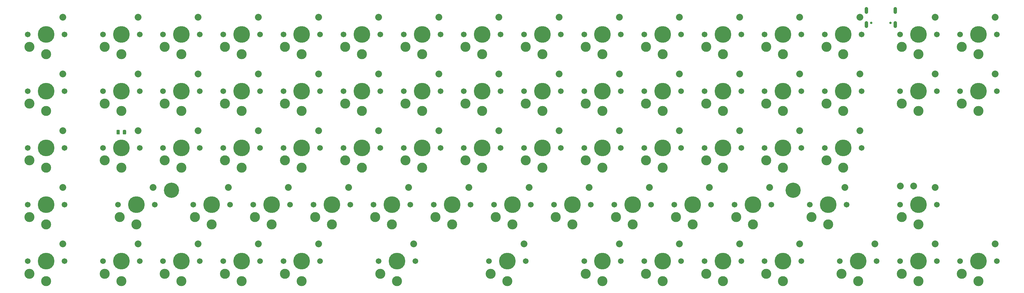
<source format=gts>
G04 #@! TF.GenerationSoftware,KiCad,Pcbnew,(5.1.8)-1*
G04 #@! TF.CreationDate,2021-04-23T17:16:51-07:00*
G04 #@! TF.ProjectId,Spritzgeback,53707269-747a-4676-9562-61636b2e6b69,rev?*
G04 #@! TF.SameCoordinates,Original*
G04 #@! TF.FileFunction,Soldermask,Top*
G04 #@! TF.FilePolarity,Negative*
%FSLAX46Y46*%
G04 Gerber Fmt 4.6, Leading zero omitted, Abs format (unit mm)*
G04 Created by KiCad (PCBNEW (5.1.8)-1) date 2021-04-23 17:16:51*
%MOMM*%
%LPD*%
G01*
G04 APERTURE LIST*
%ADD10C,4.562400*%
%ADD11C,2.032000*%
%ADD12C,0.700000*%
%ADD13O,1.050000X2.100000*%
%ADD14C,1.701800*%
%ADD15C,3.000000*%
%ADD16C,5.000000*%
G04 APERTURE END LIST*
D10*
X37500000Y-54900000D03*
X223500000Y-54900000D03*
D11*
X259592000Y-53670000D03*
X255592000Y-53670000D03*
G36*
G01*
X21075000Y-37956250D02*
X21075000Y-37043750D01*
G75*
G02*
X21318750Y-36800000I243750J0D01*
G01*
X21806250Y-36800000D01*
G75*
G02*
X22050000Y-37043750I0J-243750D01*
G01*
X22050000Y-37956250D01*
G75*
G02*
X21806250Y-38200000I-243750J0D01*
G01*
X21318750Y-38200000D01*
G75*
G02*
X21075000Y-37956250I0J243750D01*
G01*
G37*
G36*
G01*
X22950000Y-37956250D02*
X22950000Y-37043750D01*
G75*
G02*
X23193750Y-36800000I243750J0D01*
G01*
X23681250Y-36800000D01*
G75*
G02*
X23925000Y-37043750I0J-243750D01*
G01*
X23925000Y-37956250D01*
G75*
G02*
X23681250Y-38200000I-243750J0D01*
G01*
X23193750Y-38200000D01*
G75*
G02*
X22950000Y-37956250I0J243750D01*
G01*
G37*
D12*
X252640000Y-4675000D03*
X246860000Y-4675000D03*
D13*
X254070000Y-1025000D03*
X245430000Y-1025000D03*
X254070000Y-5205000D03*
X245430000Y-5205000D03*
D14*
X-5500000Y-8200000D03*
X5500000Y-8200000D03*
D15*
X-5000000Y-11950000D03*
D16*
X0Y-8200000D03*
D15*
X0Y-14150000D03*
D11*
X5000000Y-3050000D03*
X27500000Y-3050000D03*
D15*
X22500000Y-14150000D03*
D16*
X22500000Y-8200000D03*
D15*
X17500000Y-11950000D03*
D14*
X28000000Y-8200000D03*
X17000000Y-8200000D03*
X35000000Y-8200000D03*
X46000000Y-8200000D03*
D15*
X35500000Y-11950000D03*
D16*
X40500000Y-8200000D03*
D15*
X40500000Y-14150000D03*
D11*
X45500000Y-3050000D03*
X63500000Y-3050000D03*
D15*
X58500000Y-14150000D03*
D16*
X58500000Y-8200000D03*
D15*
X53500000Y-11950000D03*
D14*
X64000000Y-8200000D03*
X53000000Y-8200000D03*
X71000000Y-8200000D03*
X82000000Y-8200000D03*
D15*
X71500000Y-11950000D03*
D16*
X76500000Y-8200000D03*
D15*
X76500000Y-14150000D03*
D11*
X81500000Y-3050000D03*
X99500000Y-3050000D03*
D15*
X94500000Y-14150000D03*
D16*
X94500000Y-8200000D03*
D15*
X89500000Y-11950000D03*
D14*
X100000000Y-8200000D03*
X89000000Y-8200000D03*
X107000000Y-8200000D03*
X118000000Y-8200000D03*
D15*
X107500000Y-11950000D03*
D16*
X112500000Y-8200000D03*
D15*
X112500000Y-14150000D03*
D11*
X117500000Y-3050000D03*
X135500000Y-3050000D03*
D15*
X130500000Y-14150000D03*
D16*
X130500000Y-8200000D03*
D15*
X125500000Y-11950000D03*
D14*
X136000000Y-8200000D03*
X125000000Y-8200000D03*
X143000000Y-8200000D03*
X154000000Y-8200000D03*
D15*
X143500000Y-11950000D03*
D16*
X148500000Y-8200000D03*
D15*
X148500000Y-14150000D03*
D11*
X153500000Y-3050000D03*
X171500000Y-3050000D03*
D15*
X166500000Y-14150000D03*
D16*
X166500000Y-8200000D03*
D15*
X161500000Y-11950000D03*
D14*
X172000000Y-8200000D03*
X161000000Y-8200000D03*
X179000000Y-8200000D03*
X190000000Y-8200000D03*
D15*
X179500000Y-11950000D03*
D16*
X184500000Y-8200000D03*
D15*
X184500000Y-14150000D03*
D11*
X189500000Y-3050000D03*
D14*
X197000000Y-8200000D03*
X208000000Y-8200000D03*
D15*
X197500000Y-11950000D03*
D16*
X202500000Y-8200000D03*
D15*
X202500000Y-14150000D03*
D11*
X207500000Y-3050000D03*
X225500000Y-3050000D03*
D15*
X220500000Y-14150000D03*
D16*
X220500000Y-8200000D03*
D15*
X215500000Y-11950000D03*
D14*
X226000000Y-8200000D03*
X215000000Y-8200000D03*
X233000000Y-8200000D03*
X244000000Y-8200000D03*
D15*
X233500000Y-11950000D03*
D16*
X238500000Y-8200000D03*
D15*
X238500000Y-14150000D03*
D11*
X243500000Y-3050000D03*
D14*
X255500000Y-8200000D03*
X266500000Y-8200000D03*
D15*
X256000000Y-11950000D03*
D16*
X261000000Y-8200000D03*
D15*
X261000000Y-14150000D03*
D11*
X266000000Y-3050000D03*
X284000000Y-3050000D03*
D15*
X279000000Y-14150000D03*
D16*
X279000000Y-8200000D03*
D15*
X274000000Y-11950000D03*
D14*
X284500000Y-8200000D03*
X273500000Y-8200000D03*
X-5500000Y-25200000D03*
X5500000Y-25200000D03*
D15*
X-5000000Y-28950000D03*
D16*
X0Y-25200000D03*
D15*
X0Y-31150000D03*
D11*
X5000000Y-20050000D03*
X27500000Y-20050000D03*
D15*
X22500000Y-31150000D03*
D16*
X22500000Y-25200000D03*
D15*
X17500000Y-28950000D03*
D14*
X28000000Y-25200000D03*
X17000000Y-25200000D03*
D11*
X45500000Y-20050000D03*
D15*
X40500000Y-31150000D03*
D16*
X40500000Y-25200000D03*
D15*
X35500000Y-28950000D03*
D14*
X46000000Y-25200000D03*
X35000000Y-25200000D03*
D11*
X63500000Y-20050000D03*
D15*
X58500000Y-31150000D03*
D16*
X58500000Y-25200000D03*
D15*
X53500000Y-28950000D03*
D14*
X64000000Y-25200000D03*
X53000000Y-25200000D03*
X71000000Y-25200000D03*
X82000000Y-25200000D03*
D15*
X71500000Y-28950000D03*
D16*
X76500000Y-25200000D03*
D15*
X76500000Y-31150000D03*
D11*
X81500000Y-20050000D03*
D14*
X89000000Y-25200000D03*
X100000000Y-25200000D03*
D15*
X89500000Y-28950000D03*
D16*
X94500000Y-25200000D03*
D15*
X94500000Y-31150000D03*
D11*
X99500000Y-20050000D03*
X117500000Y-20050000D03*
D15*
X112500000Y-31150000D03*
D16*
X112500000Y-25200000D03*
D15*
X107500000Y-28950000D03*
D14*
X118000000Y-25200000D03*
X107000000Y-25200000D03*
X125000000Y-25200000D03*
X136000000Y-25200000D03*
D15*
X125500000Y-28950000D03*
D16*
X130500000Y-25200000D03*
D15*
X130500000Y-31150000D03*
D11*
X135500000Y-20050000D03*
X153500000Y-20050000D03*
D15*
X148500000Y-31150000D03*
D16*
X148500000Y-25200000D03*
D15*
X143500000Y-28950000D03*
D14*
X154000000Y-25200000D03*
X143000000Y-25200000D03*
D11*
X171500000Y-20050000D03*
D15*
X166500000Y-31150000D03*
D16*
X166500000Y-25200000D03*
D15*
X161500000Y-28950000D03*
D14*
X172000000Y-25200000D03*
X161000000Y-25200000D03*
X179000000Y-25200000D03*
X190000000Y-25200000D03*
D15*
X179500000Y-28950000D03*
D16*
X184500000Y-25200000D03*
D15*
X184500000Y-31150000D03*
D11*
X189500000Y-20050000D03*
X207500000Y-20050000D03*
D15*
X202500000Y-31150000D03*
D16*
X202500000Y-25200000D03*
D15*
X197500000Y-28950000D03*
D14*
X208000000Y-25200000D03*
X197000000Y-25200000D03*
X215000000Y-25200000D03*
X226000000Y-25200000D03*
D15*
X215500000Y-28950000D03*
D16*
X220500000Y-25200000D03*
D15*
X220500000Y-31150000D03*
D11*
X225500000Y-20050000D03*
X243500000Y-20050000D03*
D15*
X238500000Y-31150000D03*
D16*
X238500000Y-25200000D03*
D15*
X233500000Y-28950000D03*
D14*
X244000000Y-25200000D03*
X233000000Y-25200000D03*
X255500000Y-25200000D03*
X266500000Y-25200000D03*
D15*
X256000000Y-28950000D03*
D16*
X261000000Y-25200000D03*
D15*
X261000000Y-31150000D03*
D11*
X266000000Y-20050000D03*
D14*
X273500000Y-25200000D03*
X284500000Y-25200000D03*
D15*
X274000000Y-28950000D03*
D16*
X279000000Y-25200000D03*
D15*
X279000000Y-31150000D03*
D11*
X284000000Y-20050000D03*
X5000000Y-37050000D03*
D15*
X0Y-48150000D03*
D16*
X0Y-42200000D03*
D15*
X-5000000Y-45950000D03*
D14*
X5500000Y-42200000D03*
X-5500000Y-42200000D03*
X17000000Y-42200000D03*
X28000000Y-42200000D03*
D15*
X17500000Y-45950000D03*
D16*
X22500000Y-42200000D03*
D15*
X22500000Y-48150000D03*
D11*
X27500000Y-37050000D03*
D14*
X35000000Y-42200000D03*
X46000000Y-42200000D03*
D15*
X35500000Y-45950000D03*
D16*
X40500000Y-42200000D03*
D15*
X40500000Y-48150000D03*
D11*
X45500000Y-37050000D03*
X63500000Y-37050000D03*
D15*
X58500000Y-48150000D03*
D16*
X58500000Y-42200000D03*
D15*
X53500000Y-45950000D03*
D14*
X64000000Y-42200000D03*
X53000000Y-42200000D03*
X71000000Y-42200000D03*
X82000000Y-42200000D03*
D15*
X71500000Y-45950000D03*
D16*
X76500000Y-42200000D03*
D15*
X76500000Y-48150000D03*
D11*
X81500000Y-37050000D03*
D14*
X89000000Y-42200000D03*
X100000000Y-42200000D03*
D15*
X89500000Y-45950000D03*
D16*
X94500000Y-42200000D03*
D15*
X94500000Y-48150000D03*
D11*
X99500000Y-37050000D03*
X117500000Y-37050000D03*
D15*
X112500000Y-48150000D03*
D16*
X112500000Y-42200000D03*
D15*
X107500000Y-45950000D03*
D14*
X118000000Y-42200000D03*
X107000000Y-42200000D03*
X125000000Y-42200000D03*
X136000000Y-42200000D03*
D15*
X125500000Y-45950000D03*
D16*
X130500000Y-42200000D03*
D15*
X130500000Y-48150000D03*
D11*
X135500000Y-37050000D03*
X153500000Y-37050000D03*
D15*
X148500000Y-48150000D03*
D16*
X148500000Y-42200000D03*
D15*
X143500000Y-45950000D03*
D14*
X154000000Y-42200000D03*
X143000000Y-42200000D03*
D11*
X171500000Y-37050000D03*
D15*
X166500000Y-48150000D03*
D16*
X166500000Y-42200000D03*
D15*
X161500000Y-45950000D03*
D14*
X172000000Y-42200000D03*
X161000000Y-42200000D03*
D11*
X189500000Y-37050000D03*
D15*
X184500000Y-48150000D03*
D16*
X184500000Y-42200000D03*
D15*
X179500000Y-45950000D03*
D14*
X190000000Y-42200000D03*
X179000000Y-42200000D03*
X197000000Y-42200000D03*
X208000000Y-42200000D03*
D15*
X197500000Y-45950000D03*
D16*
X202500000Y-42200000D03*
D15*
X202500000Y-48150000D03*
D11*
X207500000Y-37050000D03*
X225500000Y-37050000D03*
D15*
X220500000Y-48150000D03*
D16*
X220500000Y-42200000D03*
D15*
X215500000Y-45950000D03*
D14*
X226000000Y-42200000D03*
X215000000Y-42200000D03*
D11*
X243500000Y-37050000D03*
D15*
X238500000Y-48150000D03*
D16*
X238500000Y-42200000D03*
D15*
X233500000Y-45950000D03*
D14*
X244000000Y-42200000D03*
X233000000Y-42200000D03*
X-5500000Y-59200000D03*
X5500000Y-59200000D03*
D15*
X-5000000Y-62950000D03*
D16*
X0Y-59200000D03*
D15*
X0Y-65150000D03*
D11*
X5000000Y-54050000D03*
D14*
X21500000Y-59200000D03*
X32500000Y-59200000D03*
D15*
X22000000Y-62950000D03*
D16*
X27000000Y-59200000D03*
D15*
X27000000Y-65150000D03*
D11*
X32000000Y-54050000D03*
D14*
X44000000Y-59200000D03*
X55000000Y-59200000D03*
D15*
X44500000Y-62950000D03*
D16*
X49500000Y-59200000D03*
D15*
X49500000Y-65150000D03*
D11*
X54500000Y-54050000D03*
X72500000Y-54050000D03*
D15*
X67500000Y-65150000D03*
D16*
X67500000Y-59200000D03*
D15*
X62500000Y-62950000D03*
D14*
X73000000Y-59200000D03*
X62000000Y-59200000D03*
X80000000Y-59200000D03*
X91000000Y-59200000D03*
D15*
X80500000Y-62950000D03*
D16*
X85500000Y-59200000D03*
D15*
X85500000Y-65150000D03*
D11*
X90500000Y-54050000D03*
D14*
X98000000Y-59200000D03*
X109000000Y-59200000D03*
D15*
X98500000Y-62950000D03*
D16*
X103500000Y-59200000D03*
D15*
X103500000Y-65150000D03*
D11*
X108500000Y-54050000D03*
D14*
X116000000Y-59200000D03*
X127000000Y-59200000D03*
D15*
X116500000Y-62950000D03*
D16*
X121500000Y-59200000D03*
D15*
X121500000Y-65150000D03*
D11*
X126500000Y-54050000D03*
X144500000Y-54050000D03*
D15*
X139500000Y-65150000D03*
D16*
X139500000Y-59200000D03*
D15*
X134500000Y-62950000D03*
D14*
X145000000Y-59200000D03*
X134000000Y-59200000D03*
X152000000Y-59200000D03*
X163000000Y-59200000D03*
D15*
X152500000Y-62950000D03*
D16*
X157500000Y-59200000D03*
D15*
X157500000Y-65150000D03*
D11*
X162500000Y-54050000D03*
X180500000Y-54050000D03*
D15*
X175500000Y-65150000D03*
D16*
X175500000Y-59200000D03*
D15*
X170500000Y-62950000D03*
D14*
X181000000Y-59200000D03*
X170000000Y-59200000D03*
X188000000Y-59200000D03*
X199000000Y-59200000D03*
D15*
X188500000Y-62950000D03*
D16*
X193500000Y-59200000D03*
D15*
X193500000Y-65150000D03*
D11*
X198500000Y-54050000D03*
D14*
X206000000Y-59200000D03*
X217000000Y-59200000D03*
D15*
X206500000Y-62950000D03*
D16*
X211500000Y-59200000D03*
D15*
X211500000Y-65150000D03*
D11*
X216500000Y-54050000D03*
X239000000Y-54050000D03*
D15*
X234000000Y-65150000D03*
D16*
X234000000Y-59200000D03*
D15*
X229000000Y-62950000D03*
D14*
X239500000Y-59200000D03*
X228500000Y-59200000D03*
X255500000Y-59200000D03*
X266500000Y-59200000D03*
D15*
X256000000Y-62950000D03*
D16*
X261000000Y-59200000D03*
D15*
X261000000Y-65150000D03*
D11*
X266000000Y-54050000D03*
D14*
X-5500000Y-76200000D03*
X5500000Y-76200000D03*
D15*
X-5000000Y-79950000D03*
D16*
X0Y-76200000D03*
D15*
X0Y-82150000D03*
D11*
X5000000Y-71050000D03*
X27500000Y-71050000D03*
D15*
X22500000Y-82150000D03*
D16*
X22500000Y-76200000D03*
D15*
X17500000Y-79950000D03*
D14*
X28000000Y-76200000D03*
X17000000Y-76200000D03*
D11*
X45500000Y-71050000D03*
D15*
X40500000Y-82150000D03*
D16*
X40500000Y-76200000D03*
D15*
X35500000Y-79950000D03*
D14*
X46000000Y-76200000D03*
X35000000Y-76200000D03*
D11*
X63500000Y-71050000D03*
D15*
X58500000Y-82150000D03*
D16*
X58500000Y-76200000D03*
D15*
X53500000Y-79950000D03*
D14*
X64000000Y-76200000D03*
X53000000Y-76200000D03*
D11*
X81500000Y-71050000D03*
D15*
X76500000Y-82150000D03*
D16*
X76500000Y-76200000D03*
D15*
X71500000Y-79950000D03*
D14*
X82000000Y-76200000D03*
X71000000Y-76200000D03*
X99500000Y-76200000D03*
X110500000Y-76200000D03*
D15*
X100000000Y-79950000D03*
D16*
X105000000Y-76200000D03*
D15*
X105000000Y-82150000D03*
D11*
X110000000Y-71050000D03*
X143000000Y-71050000D03*
D15*
X138000000Y-82150000D03*
D16*
X138000000Y-76200000D03*
D15*
X133000000Y-79950000D03*
D14*
X143500000Y-76200000D03*
X132500000Y-76200000D03*
D11*
X171500000Y-71050000D03*
D15*
X166500000Y-82150000D03*
D16*
X166500000Y-76200000D03*
D15*
X161500000Y-79950000D03*
D14*
X172000000Y-76200000D03*
X161000000Y-76200000D03*
D11*
X189500000Y-71050000D03*
D15*
X184500000Y-82150000D03*
D16*
X184500000Y-76200000D03*
D15*
X179500000Y-79950000D03*
D14*
X190000000Y-76200000D03*
X179000000Y-76200000D03*
X197000000Y-76200000D03*
X208000000Y-76200000D03*
D15*
X197500000Y-79950000D03*
D16*
X202500000Y-76200000D03*
D15*
X202500000Y-82150000D03*
D11*
X207500000Y-71050000D03*
X225500000Y-71050000D03*
D15*
X220500000Y-82150000D03*
D16*
X220500000Y-76200000D03*
D15*
X215500000Y-79950000D03*
D14*
X226000000Y-76200000D03*
X215000000Y-76200000D03*
D11*
X248000000Y-71050000D03*
D15*
X243000000Y-82150000D03*
D16*
X243000000Y-76200000D03*
D15*
X238000000Y-79950000D03*
D14*
X248500000Y-76200000D03*
X237500000Y-76200000D03*
D11*
X266000000Y-71050000D03*
D15*
X261000000Y-82150000D03*
D16*
X261000000Y-76200000D03*
D15*
X256000000Y-79950000D03*
D14*
X266500000Y-76200000D03*
X255500000Y-76200000D03*
X273500000Y-76200000D03*
X284500000Y-76200000D03*
D15*
X274000000Y-79950000D03*
D16*
X279000000Y-76200000D03*
D15*
X279000000Y-82150000D03*
D11*
X284000000Y-71050000D03*
M02*

</source>
